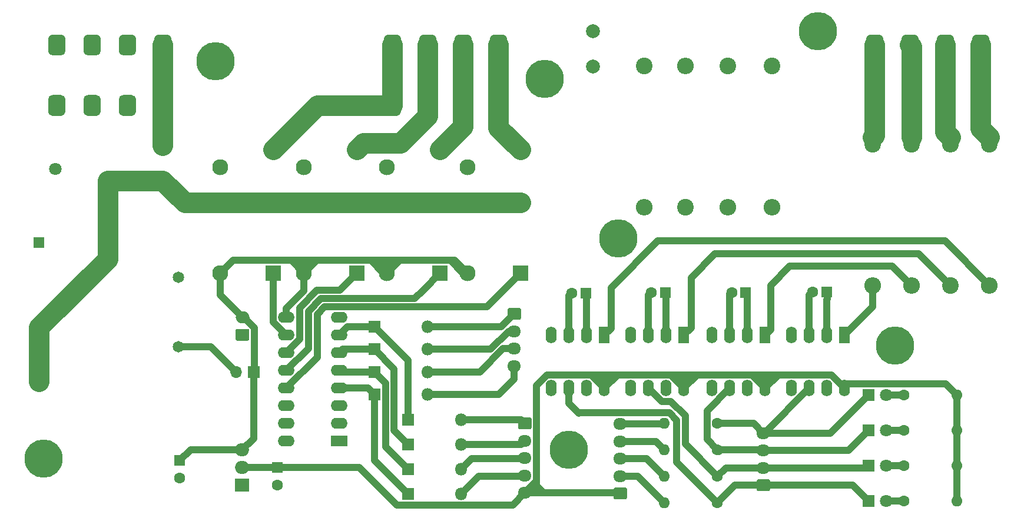
<source format=gbr>
G04 #@! TF.GenerationSoftware,KiCad,Pcbnew,(5.1.6)-1*
G04 #@! TF.CreationDate,2021-10-06T20:51:08+02:00*
G04 #@! TF.ProjectId,hamodule,68616d6f-6475-46c6-952e-6b696361645f,rev?*
G04 #@! TF.SameCoordinates,Original*
G04 #@! TF.FileFunction,Copper,L1,Top*
G04 #@! TF.FilePolarity,Positive*
%FSLAX46Y46*%
G04 Gerber Fmt 4.6, Leading zero omitted, Abs format (unit mm)*
G04 Created by KiCad (PCBNEW (5.1.6)-1) date 2021-10-06 20:51:08*
%MOMM*%
%LPD*%
G01*
G04 APERTURE LIST*
G04 #@! TA.AperFunction,ComponentPad*
%ADD10C,2.000000*%
G04 #@! TD*
G04 #@! TA.AperFunction,ComponentPad*
%ADD11C,1.600000*%
G04 #@! TD*
G04 #@! TA.AperFunction,ComponentPad*
%ADD12R,1.600000X1.600000*%
G04 #@! TD*
G04 #@! TA.AperFunction,ComponentPad*
%ADD13O,1.700000X1.700000*%
G04 #@! TD*
G04 #@! TA.AperFunction,ComponentPad*
%ADD14R,1.700000X1.700000*%
G04 #@! TD*
G04 #@! TA.AperFunction,ComponentPad*
%ADD15C,5.500000*%
G04 #@! TD*
G04 #@! TA.AperFunction,ComponentPad*
%ADD16O,1.800000X1.800000*%
G04 #@! TD*
G04 #@! TA.AperFunction,ComponentPad*
%ADD17R,1.800000X1.800000*%
G04 #@! TD*
G04 #@! TA.AperFunction,ComponentPad*
%ADD18C,1.800000*%
G04 #@! TD*
G04 #@! TA.AperFunction,ComponentPad*
%ADD19R,2.300000X2.300000*%
G04 #@! TD*
G04 #@! TA.AperFunction,ComponentPad*
%ADD20C,2.300000*%
G04 #@! TD*
G04 #@! TA.AperFunction,ComponentPad*
%ADD21O,2.400000X2.400000*%
G04 #@! TD*
G04 #@! TA.AperFunction,ComponentPad*
%ADD22C,2.400000*%
G04 #@! TD*
G04 #@! TA.AperFunction,ComponentPad*
%ADD23R,2.400000X1.600000*%
G04 #@! TD*
G04 #@! TA.AperFunction,ComponentPad*
%ADD24O,2.400000X1.600000*%
G04 #@! TD*
G04 #@! TA.AperFunction,ComponentPad*
%ADD25O,1.950000X1.700000*%
G04 #@! TD*
G04 #@! TA.AperFunction,ComponentPad*
%ADD26R,1.600000X2.400000*%
G04 #@! TD*
G04 #@! TA.AperFunction,ComponentPad*
%ADD27O,1.600000X2.400000*%
G04 #@! TD*
G04 #@! TA.AperFunction,ComponentPad*
%ADD28O,2.000000X1.905000*%
G04 #@! TD*
G04 #@! TA.AperFunction,ComponentPad*
%ADD29R,2.000000X1.905000*%
G04 #@! TD*
G04 #@! TA.AperFunction,ComponentPad*
%ADD30O,1.600000X1.600000*%
G04 #@! TD*
G04 #@! TA.AperFunction,ComponentPad*
%ADD31O,2.000000X1.700000*%
G04 #@! TD*
G04 #@! TA.AperFunction,ComponentPad*
%ADD32C,1.650000*%
G04 #@! TD*
G04 #@! TA.AperFunction,ComponentPad*
%ADD33R,1.650000X1.650000*%
G04 #@! TD*
G04 #@! TA.AperFunction,Conductor*
%ADD34C,3.000000*%
G04 #@! TD*
G04 #@! TA.AperFunction,Conductor*
%ADD35C,1.000000*%
G04 #@! TD*
G04 APERTURE END LIST*
D10*
X106288840Y-22303740D03*
X106288840Y-17223740D03*
D11*
X137898120Y-54810660D03*
D12*
X139898120Y-54810660D03*
D11*
X126257300Y-54843680D03*
D12*
X128257300Y-54843680D03*
D11*
X114713000Y-54843680D03*
D12*
X116713000Y-54843680D03*
D11*
X103286560Y-54945280D03*
D12*
X105286560Y-54945280D03*
G04 #@! TA.AperFunction,ComponentPad*
G36*
G01*
X161427000Y-26440000D02*
X162677000Y-26440000D01*
G75*
G02*
X163302000Y-27065000I0J-625000D01*
G01*
X163302000Y-28815000D01*
G75*
G02*
X162677000Y-29440000I-625000J0D01*
G01*
X161427000Y-29440000D01*
G75*
G02*
X160802000Y-28815000I0J625000D01*
G01*
X160802000Y-27065000D01*
G75*
G02*
X161427000Y-26440000I625000J0D01*
G01*
G37*
G04 #@! TD.AperFunction*
G04 #@! TA.AperFunction,ComponentPad*
G36*
G01*
X161427000Y-17740000D02*
X162677000Y-17740000D01*
G75*
G02*
X163302000Y-18365000I0J-625000D01*
G01*
X163302000Y-20115000D01*
G75*
G02*
X162677000Y-20740000I-625000J0D01*
G01*
X161427000Y-20740000D01*
G75*
G02*
X160802000Y-20115000I0J625000D01*
G01*
X160802000Y-18365000D01*
G75*
G02*
X161427000Y-17740000I625000J0D01*
G01*
G37*
G04 #@! TD.AperFunction*
G04 #@! TA.AperFunction,ComponentPad*
G36*
G01*
X156347000Y-26440000D02*
X157597000Y-26440000D01*
G75*
G02*
X158222000Y-27065000I0J-625000D01*
G01*
X158222000Y-28815000D01*
G75*
G02*
X157597000Y-29440000I-625000J0D01*
G01*
X156347000Y-29440000D01*
G75*
G02*
X155722000Y-28815000I0J625000D01*
G01*
X155722000Y-27065000D01*
G75*
G02*
X156347000Y-26440000I625000J0D01*
G01*
G37*
G04 #@! TD.AperFunction*
G04 #@! TA.AperFunction,ComponentPad*
G36*
G01*
X156347000Y-17740000D02*
X157597000Y-17740000D01*
G75*
G02*
X158222000Y-18365000I0J-625000D01*
G01*
X158222000Y-20115000D01*
G75*
G02*
X157597000Y-20740000I-625000J0D01*
G01*
X156347000Y-20740000D01*
G75*
G02*
X155722000Y-20115000I0J625000D01*
G01*
X155722000Y-18365000D01*
G75*
G02*
X156347000Y-17740000I625000J0D01*
G01*
G37*
G04 #@! TD.AperFunction*
G04 #@! TA.AperFunction,ComponentPad*
G36*
G01*
X151267000Y-26440000D02*
X152517000Y-26440000D01*
G75*
G02*
X153142000Y-27065000I0J-625000D01*
G01*
X153142000Y-28815000D01*
G75*
G02*
X152517000Y-29440000I-625000J0D01*
G01*
X151267000Y-29440000D01*
G75*
G02*
X150642000Y-28815000I0J625000D01*
G01*
X150642000Y-27065000D01*
G75*
G02*
X151267000Y-26440000I625000J0D01*
G01*
G37*
G04 #@! TD.AperFunction*
G04 #@! TA.AperFunction,ComponentPad*
G36*
G01*
X151267000Y-17740000D02*
X152517000Y-17740000D01*
G75*
G02*
X153142000Y-18365000I0J-625000D01*
G01*
X153142000Y-20115000D01*
G75*
G02*
X152517000Y-20740000I-625000J0D01*
G01*
X151267000Y-20740000D01*
G75*
G02*
X150642000Y-20115000I0J625000D01*
G01*
X150642000Y-18365000D01*
G75*
G02*
X151267000Y-17740000I625000J0D01*
G01*
G37*
G04 #@! TD.AperFunction*
G04 #@! TA.AperFunction,ComponentPad*
G36*
G01*
X146187000Y-26440000D02*
X147437000Y-26440000D01*
G75*
G02*
X148062000Y-27065000I0J-625000D01*
G01*
X148062000Y-28815000D01*
G75*
G02*
X147437000Y-29440000I-625000J0D01*
G01*
X146187000Y-29440000D01*
G75*
G02*
X145562000Y-28815000I0J625000D01*
G01*
X145562000Y-27065000D01*
G75*
G02*
X146187000Y-26440000I625000J0D01*
G01*
G37*
G04 #@! TD.AperFunction*
G04 #@! TA.AperFunction,ComponentPad*
G36*
G01*
X146187000Y-17740000D02*
X147437000Y-17740000D01*
G75*
G02*
X148062000Y-18365000I0J-625000D01*
G01*
X148062000Y-20115000D01*
G75*
G02*
X147437000Y-20740000I-625000J0D01*
G01*
X146187000Y-20740000D01*
G75*
G02*
X145562000Y-20115000I0J625000D01*
G01*
X145562000Y-18365000D01*
G75*
G02*
X146187000Y-17740000I625000J0D01*
G01*
G37*
G04 #@! TD.AperFunction*
G04 #@! TA.AperFunction,ComponentPad*
G36*
G01*
X43825000Y-26440000D02*
X45075000Y-26440000D01*
G75*
G02*
X45700000Y-27065000I0J-625000D01*
G01*
X45700000Y-28815000D01*
G75*
G02*
X45075000Y-29440000I-625000J0D01*
G01*
X43825000Y-29440000D01*
G75*
G02*
X43200000Y-28815000I0J625000D01*
G01*
X43200000Y-27065000D01*
G75*
G02*
X43825000Y-26440000I625000J0D01*
G01*
G37*
G04 #@! TD.AperFunction*
G04 #@! TA.AperFunction,ComponentPad*
G36*
G01*
X43825000Y-17740000D02*
X45075000Y-17740000D01*
G75*
G02*
X45700000Y-18365000I0J-625000D01*
G01*
X45700000Y-20115000D01*
G75*
G02*
X45075000Y-20740000I-625000J0D01*
G01*
X43825000Y-20740000D01*
G75*
G02*
X43200000Y-20115000I0J625000D01*
G01*
X43200000Y-18365000D01*
G75*
G02*
X43825000Y-17740000I625000J0D01*
G01*
G37*
G04 #@! TD.AperFunction*
G04 #@! TA.AperFunction,ComponentPad*
G36*
G01*
X38745000Y-26440000D02*
X39995000Y-26440000D01*
G75*
G02*
X40620000Y-27065000I0J-625000D01*
G01*
X40620000Y-28815000D01*
G75*
G02*
X39995000Y-29440000I-625000J0D01*
G01*
X38745000Y-29440000D01*
G75*
G02*
X38120000Y-28815000I0J625000D01*
G01*
X38120000Y-27065000D01*
G75*
G02*
X38745000Y-26440000I625000J0D01*
G01*
G37*
G04 #@! TD.AperFunction*
G04 #@! TA.AperFunction,ComponentPad*
G36*
G01*
X38745000Y-17740000D02*
X39995000Y-17740000D01*
G75*
G02*
X40620000Y-18365000I0J-625000D01*
G01*
X40620000Y-20115000D01*
G75*
G02*
X39995000Y-20740000I-625000J0D01*
G01*
X38745000Y-20740000D01*
G75*
G02*
X38120000Y-20115000I0J625000D01*
G01*
X38120000Y-18365000D01*
G75*
G02*
X38745000Y-17740000I625000J0D01*
G01*
G37*
G04 #@! TD.AperFunction*
G04 #@! TA.AperFunction,ComponentPad*
G36*
G01*
X33665000Y-26440000D02*
X34915000Y-26440000D01*
G75*
G02*
X35540000Y-27065000I0J-625000D01*
G01*
X35540000Y-28815000D01*
G75*
G02*
X34915000Y-29440000I-625000J0D01*
G01*
X33665000Y-29440000D01*
G75*
G02*
X33040000Y-28815000I0J625000D01*
G01*
X33040000Y-27065000D01*
G75*
G02*
X33665000Y-26440000I625000J0D01*
G01*
G37*
G04 #@! TD.AperFunction*
G04 #@! TA.AperFunction,ComponentPad*
G36*
G01*
X33665000Y-17740000D02*
X34915000Y-17740000D01*
G75*
G02*
X35540000Y-18365000I0J-625000D01*
G01*
X35540000Y-20115000D01*
G75*
G02*
X34915000Y-20740000I-625000J0D01*
G01*
X33665000Y-20740000D01*
G75*
G02*
X33040000Y-20115000I0J625000D01*
G01*
X33040000Y-18365000D01*
G75*
G02*
X33665000Y-17740000I625000J0D01*
G01*
G37*
G04 #@! TD.AperFunction*
G04 #@! TA.AperFunction,ComponentPad*
G36*
G01*
X28585000Y-26440000D02*
X29835000Y-26440000D01*
G75*
G02*
X30460000Y-27065000I0J-625000D01*
G01*
X30460000Y-28815000D01*
G75*
G02*
X29835000Y-29440000I-625000J0D01*
G01*
X28585000Y-29440000D01*
G75*
G02*
X27960000Y-28815000I0J625000D01*
G01*
X27960000Y-27065000D01*
G75*
G02*
X28585000Y-26440000I625000J0D01*
G01*
G37*
G04 #@! TD.AperFunction*
G04 #@! TA.AperFunction,ComponentPad*
G36*
G01*
X28585000Y-17740000D02*
X29835000Y-17740000D01*
G75*
G02*
X30460000Y-18365000I0J-625000D01*
G01*
X30460000Y-20115000D01*
G75*
G02*
X29835000Y-20740000I-625000J0D01*
G01*
X28585000Y-20740000D01*
G75*
G02*
X27960000Y-20115000I0J625000D01*
G01*
X27960000Y-18365000D01*
G75*
G02*
X28585000Y-17740000I625000J0D01*
G01*
G37*
G04 #@! TD.AperFunction*
G04 #@! TA.AperFunction,ComponentPad*
G36*
G01*
X92085000Y-26440000D02*
X93335000Y-26440000D01*
G75*
G02*
X93960000Y-27065000I0J-625000D01*
G01*
X93960000Y-28815000D01*
G75*
G02*
X93335000Y-29440000I-625000J0D01*
G01*
X92085000Y-29440000D01*
G75*
G02*
X91460000Y-28815000I0J625000D01*
G01*
X91460000Y-27065000D01*
G75*
G02*
X92085000Y-26440000I625000J0D01*
G01*
G37*
G04 #@! TD.AperFunction*
G04 #@! TA.AperFunction,ComponentPad*
G36*
G01*
X92085000Y-17740000D02*
X93335000Y-17740000D01*
G75*
G02*
X93960000Y-18365000I0J-625000D01*
G01*
X93960000Y-20115000D01*
G75*
G02*
X93335000Y-20740000I-625000J0D01*
G01*
X92085000Y-20740000D01*
G75*
G02*
X91460000Y-20115000I0J625000D01*
G01*
X91460000Y-18365000D01*
G75*
G02*
X92085000Y-17740000I625000J0D01*
G01*
G37*
G04 #@! TD.AperFunction*
G04 #@! TA.AperFunction,ComponentPad*
G36*
G01*
X87005000Y-26440000D02*
X88255000Y-26440000D01*
G75*
G02*
X88880000Y-27065000I0J-625000D01*
G01*
X88880000Y-28815000D01*
G75*
G02*
X88255000Y-29440000I-625000J0D01*
G01*
X87005000Y-29440000D01*
G75*
G02*
X86380000Y-28815000I0J625000D01*
G01*
X86380000Y-27065000D01*
G75*
G02*
X87005000Y-26440000I625000J0D01*
G01*
G37*
G04 #@! TD.AperFunction*
G04 #@! TA.AperFunction,ComponentPad*
G36*
G01*
X87005000Y-17740000D02*
X88255000Y-17740000D01*
G75*
G02*
X88880000Y-18365000I0J-625000D01*
G01*
X88880000Y-20115000D01*
G75*
G02*
X88255000Y-20740000I-625000J0D01*
G01*
X87005000Y-20740000D01*
G75*
G02*
X86380000Y-20115000I0J625000D01*
G01*
X86380000Y-18365000D01*
G75*
G02*
X87005000Y-17740000I625000J0D01*
G01*
G37*
G04 #@! TD.AperFunction*
G04 #@! TA.AperFunction,ComponentPad*
G36*
G01*
X81925000Y-26440000D02*
X83175000Y-26440000D01*
G75*
G02*
X83800000Y-27065000I0J-625000D01*
G01*
X83800000Y-28815000D01*
G75*
G02*
X83175000Y-29440000I-625000J0D01*
G01*
X81925000Y-29440000D01*
G75*
G02*
X81300000Y-28815000I0J625000D01*
G01*
X81300000Y-27065000D01*
G75*
G02*
X81925000Y-26440000I625000J0D01*
G01*
G37*
G04 #@! TD.AperFunction*
G04 #@! TA.AperFunction,ComponentPad*
G36*
G01*
X81925000Y-17740000D02*
X83175000Y-17740000D01*
G75*
G02*
X83800000Y-18365000I0J-625000D01*
G01*
X83800000Y-20115000D01*
G75*
G02*
X83175000Y-20740000I-625000J0D01*
G01*
X81925000Y-20740000D01*
G75*
G02*
X81300000Y-20115000I0J625000D01*
G01*
X81300000Y-18365000D01*
G75*
G02*
X81925000Y-17740000I625000J0D01*
G01*
G37*
G04 #@! TD.AperFunction*
G04 #@! TA.AperFunction,ComponentPad*
G36*
G01*
X76845000Y-26440000D02*
X78095000Y-26440000D01*
G75*
G02*
X78720000Y-27065000I0J-625000D01*
G01*
X78720000Y-28815000D01*
G75*
G02*
X78095000Y-29440000I-625000J0D01*
G01*
X76845000Y-29440000D01*
G75*
G02*
X76220000Y-28815000I0J625000D01*
G01*
X76220000Y-27065000D01*
G75*
G02*
X76845000Y-26440000I625000J0D01*
G01*
G37*
G04 #@! TD.AperFunction*
G04 #@! TA.AperFunction,ComponentPad*
G36*
G01*
X76845000Y-17740000D02*
X78095000Y-17740000D01*
G75*
G02*
X78720000Y-18365000I0J-625000D01*
G01*
X78720000Y-20115000D01*
G75*
G02*
X78095000Y-20740000I-625000J0D01*
G01*
X76845000Y-20740000D01*
G75*
G02*
X76220000Y-20115000I0J625000D01*
G01*
X76220000Y-18365000D01*
G75*
G02*
X76845000Y-17740000I625000J0D01*
G01*
G37*
G04 #@! TD.AperFunction*
D13*
X54965600Y-66271140D03*
D14*
X57505600Y-66271140D03*
D15*
X109976920Y-47078900D03*
D11*
X60960000Y-82510000D03*
D12*
X60960000Y-80010000D03*
D11*
X46888400Y-81524480D03*
D12*
X46888400Y-79024480D03*
D16*
X87376000Y-83820000D03*
D17*
X79756000Y-83820000D03*
D16*
X87376000Y-80264000D03*
D17*
X79756000Y-80264000D03*
D16*
X87376000Y-76708000D03*
D17*
X79756000Y-76708000D03*
D16*
X87376000Y-73152000D03*
D17*
X79756000Y-73152000D03*
D16*
X82514000Y-59770000D03*
D17*
X74894000Y-59770000D03*
D16*
X82514000Y-63020000D03*
D17*
X74894000Y-63020000D03*
D16*
X82514000Y-66270000D03*
D17*
X74894000Y-66270000D03*
D16*
X82514000Y-69520000D03*
D17*
X74894000Y-69520000D03*
D18*
X36510000Y-38730000D03*
X29010000Y-37096670D03*
D15*
X52070000Y-21590000D03*
D19*
X84328000Y-52070000D03*
D20*
X84328000Y-41910000D03*
X84328000Y-34290000D03*
X76708000Y-36830000D03*
X76708000Y-52070000D03*
D21*
X132080000Y-42545000D03*
D22*
X132080000Y-22225000D03*
D21*
X125730000Y-42545000D03*
D22*
X125730000Y-22225000D03*
D23*
X69850000Y-76200000D03*
D24*
X62230000Y-58420000D03*
X69850000Y-73660000D03*
X62230000Y-60960000D03*
X69850000Y-71120000D03*
X62230000Y-63500000D03*
X69850000Y-68580000D03*
X62230000Y-66040000D03*
X69850000Y-66040000D03*
X62230000Y-68580000D03*
X69850000Y-63500000D03*
X62230000Y-71120000D03*
X69850000Y-60960000D03*
X62230000Y-73660000D03*
X69850000Y-58420000D03*
X62230000Y-76200000D03*
D25*
X94996000Y-65412000D03*
X94996000Y-62912000D03*
X94996000Y-60412000D03*
G04 #@! TA.AperFunction,ComponentPad*
G36*
G01*
X94271000Y-57062000D02*
X95721000Y-57062000D01*
G75*
G02*
X95971000Y-57312000I0J-250000D01*
G01*
X95971000Y-58512000D01*
G75*
G02*
X95721000Y-58762000I-250000J0D01*
G01*
X94271000Y-58762000D01*
G75*
G02*
X94021000Y-58512000I0J250000D01*
G01*
X94021000Y-57312000D01*
G75*
G02*
X94271000Y-57062000I250000J0D01*
G01*
G37*
G04 #@! TD.AperFunction*
X110236000Y-73740000D03*
X110236000Y-76240000D03*
X110236000Y-78740000D03*
X110236000Y-81240000D03*
G04 #@! TA.AperFunction,ComponentPad*
G36*
G01*
X110961000Y-84590000D02*
X109511000Y-84590000D01*
G75*
G02*
X109261000Y-84340000I0J250000D01*
G01*
X109261000Y-83140000D01*
G75*
G02*
X109511000Y-82890000I250000J0D01*
G01*
X110961000Y-82890000D01*
G75*
G02*
X111211000Y-83140000I0J-250000D01*
G01*
X111211000Y-84340000D01*
G75*
G02*
X110961000Y-84590000I-250000J0D01*
G01*
G37*
G04 #@! TD.AperFunction*
D26*
X119380000Y-60960000D03*
D27*
X111760000Y-68580000D03*
X116840000Y-60960000D03*
X114300000Y-68580000D03*
X114300000Y-60960000D03*
X116840000Y-68580000D03*
X111760000Y-60960000D03*
X119380000Y-68580000D03*
D26*
X142494000Y-60960000D03*
D27*
X134874000Y-68580000D03*
X139954000Y-60960000D03*
X137414000Y-68580000D03*
X137414000Y-60960000D03*
X139954000Y-68580000D03*
X134874000Y-60960000D03*
X142494000Y-68580000D03*
D26*
X131064000Y-60960000D03*
D27*
X123444000Y-68580000D03*
X128524000Y-60960000D03*
X125984000Y-68580000D03*
X125984000Y-60960000D03*
X128524000Y-68580000D03*
X123444000Y-60960000D03*
X131064000Y-68580000D03*
D26*
X107950000Y-60960000D03*
D27*
X100330000Y-68580000D03*
X105410000Y-60960000D03*
X102870000Y-68580000D03*
X102870000Y-60960000D03*
X105410000Y-68580000D03*
X100330000Y-60960000D03*
X107950000Y-68580000D03*
D28*
X55880000Y-77470000D03*
X55880000Y-80010000D03*
D29*
X55880000Y-82550000D03*
D30*
X158623000Y-84836000D03*
D11*
X151003000Y-84836000D03*
D30*
X158623000Y-79756000D03*
D11*
X151003000Y-79756000D03*
D30*
X158623000Y-74676000D03*
D11*
X151003000Y-74676000D03*
D30*
X116586000Y-85090000D03*
D11*
X124206000Y-85090000D03*
D30*
X116586000Y-81280000D03*
D11*
X124206000Y-81280000D03*
D30*
X116586000Y-77470000D03*
D11*
X124206000Y-77470000D03*
D30*
X116586000Y-73660000D03*
D11*
X124206000Y-73660000D03*
D30*
X158623000Y-69596000D03*
D11*
X151003000Y-69596000D03*
D25*
X96520000Y-83660000D03*
X96520000Y-81160000D03*
X96520000Y-78660000D03*
X96520000Y-76160000D03*
G04 #@! TA.AperFunction,ComponentPad*
G36*
G01*
X95795000Y-72810000D02*
X97245000Y-72810000D01*
G75*
G02*
X97495000Y-73060000I0J-250000D01*
G01*
X97495000Y-74260000D01*
G75*
G02*
X97245000Y-74510000I-250000J0D01*
G01*
X95795000Y-74510000D01*
G75*
G02*
X95545000Y-74260000I0J250000D01*
G01*
X95545000Y-73060000D01*
G75*
G02*
X95795000Y-72810000I250000J0D01*
G01*
G37*
G04 #@! TD.AperFunction*
D18*
X148463000Y-84836000D03*
D17*
X145923000Y-84836000D03*
D18*
X148463000Y-79756000D03*
D17*
X145923000Y-79756000D03*
D18*
X148463000Y-74676000D03*
D17*
X145923000Y-74676000D03*
D18*
X148463000Y-69596000D03*
D17*
X145923000Y-69596000D03*
D25*
X130810000Y-75050000D03*
X130810000Y-77550000D03*
X130810000Y-80050000D03*
G04 #@! TA.AperFunction,ComponentPad*
G36*
G01*
X131535000Y-83400000D02*
X130085000Y-83400000D01*
G75*
G02*
X129835000Y-83150000I0J250000D01*
G01*
X129835000Y-81950000D01*
G75*
G02*
X130085000Y-81700000I250000J0D01*
G01*
X131535000Y-81700000D01*
G75*
G02*
X131785000Y-81950000I0J-250000D01*
G01*
X131785000Y-83150000D01*
G75*
G02*
X131535000Y-83400000I-250000J0D01*
G01*
G37*
G04 #@! TD.AperFunction*
D31*
X55892700Y-58412380D03*
G04 #@! TA.AperFunction,ComponentPad*
G36*
G01*
X56642700Y-61762380D02*
X55142700Y-61762380D01*
G75*
G02*
X54892700Y-61512380I0J250000D01*
G01*
X54892700Y-60312380D01*
G75*
G02*
X55142700Y-60062380I250000J0D01*
G01*
X56642700Y-60062380D01*
G75*
G02*
X56892700Y-60312380I0J-250000D01*
G01*
X56892700Y-61512380D01*
G75*
G02*
X56642700Y-61762380I-250000J0D01*
G01*
G37*
G04 #@! TD.AperFunction*
D21*
X163322000Y-53848000D03*
D22*
X163322000Y-33528000D03*
D21*
X113665000Y-42545000D03*
D22*
X113665000Y-22225000D03*
D21*
X157734000Y-33528000D03*
D22*
X157734000Y-53848000D03*
D21*
X119634000Y-22225000D03*
D22*
X119634000Y-42545000D03*
D21*
X146558000Y-53848000D03*
D22*
X146558000Y-33528000D03*
D21*
X152146000Y-53848000D03*
D22*
X152146000Y-33528000D03*
D32*
X46670000Y-52625000D03*
X46670000Y-62625000D03*
X26670000Y-67625000D03*
D33*
X26670000Y-47625000D03*
D15*
X149720300Y-62489080D03*
X27305000Y-78740000D03*
X102870000Y-77470000D03*
X99374960Y-24109680D03*
X138684000Y-17272000D03*
D10*
X44450000Y-38735000D03*
X44450000Y-33655000D03*
D19*
X60325000Y-52070000D03*
D20*
X60325000Y-41910000D03*
X60325000Y-34290000D03*
X52705000Y-36830000D03*
X52705000Y-52070000D03*
D19*
X72390000Y-52070000D03*
D20*
X72390000Y-41910000D03*
X72390000Y-34290000D03*
X64770000Y-36830000D03*
X64770000Y-52070000D03*
D19*
X95885000Y-52070000D03*
D20*
X95885000Y-41910000D03*
X95885000Y-34290000D03*
X88265000Y-36830000D03*
X88265000Y-52070000D03*
D34*
X47625000Y-41910000D02*
X44450000Y-38735000D01*
X60325000Y-41910000D02*
X47625000Y-41910000D01*
X60325000Y-41910000D02*
X72390000Y-41910000D01*
X72390000Y-41910000D02*
X84328000Y-41910000D01*
X84328000Y-41910000D02*
X95885000Y-41910000D01*
X36515000Y-38735000D02*
X36510000Y-38730000D01*
X44450000Y-38735000D02*
X36515000Y-38735000D01*
X26670000Y-59891192D02*
X26670000Y-67625000D01*
X36510000Y-50051192D02*
X26670000Y-59891192D01*
X36510000Y-38730000D02*
X36510000Y-50051192D01*
D35*
X85779999Y-50219999D02*
X78050001Y-50219999D01*
X87630000Y-52070000D02*
X85779999Y-50219999D01*
X74349999Y-50219999D02*
X66620001Y-50219999D01*
X76200000Y-52070000D02*
X74349999Y-50219999D01*
X76200000Y-50800000D02*
X76780001Y-50219999D01*
X76780001Y-50219999D02*
X78050001Y-50219999D01*
X76200000Y-52070000D02*
X76200000Y-50800000D01*
X74349999Y-50219999D02*
X75619999Y-50219999D01*
X76200000Y-50800000D02*
X75619999Y-50219999D01*
X75619999Y-50219999D02*
X76780001Y-50219999D01*
X76200000Y-52070000D02*
X77470000Y-50800000D01*
X78050001Y-50219999D02*
X77470000Y-50800000D01*
X64770000Y-50800000D02*
X64189999Y-50219999D01*
X62919999Y-50219999D02*
X64189999Y-50219999D01*
X64770000Y-50800000D02*
X65350001Y-50219999D01*
X64189999Y-50219999D02*
X65350001Y-50219999D01*
X64770000Y-52070000D02*
X64770000Y-50800000D01*
X65350001Y-50219999D02*
X66620001Y-50219999D01*
X74857999Y-50219999D02*
X76708000Y-52070000D01*
X66620001Y-50219999D02*
X74857999Y-50219999D01*
X64770000Y-52070000D02*
X66620001Y-50219999D01*
X86414999Y-50219999D02*
X88265000Y-52070000D01*
X78558001Y-50219999D02*
X86414999Y-50219999D01*
X76708000Y-52070000D02*
X78558001Y-50219999D01*
X62919999Y-50219999D02*
X64770000Y-52070000D01*
X54555001Y-50219999D02*
X62919999Y-50219999D01*
X52705000Y-52070000D02*
X54555001Y-50219999D01*
X64770000Y-54610000D02*
X64770000Y-52070000D01*
X62230000Y-58420000D02*
X62230000Y-57150000D01*
X62230000Y-57150000D02*
X64770000Y-54610000D01*
X52705000Y-55224680D02*
X55892700Y-58412380D01*
X52705000Y-52070000D02*
X52705000Y-55224680D01*
X48442880Y-77470000D02*
X46888400Y-79024480D01*
X55880000Y-77470000D02*
X48442880Y-77470000D01*
X57592710Y-66184030D02*
X57505600Y-66271140D01*
X57592710Y-59918870D02*
X57592710Y-66184030D01*
X56086220Y-58412380D02*
X57592710Y-59918870D01*
X55892700Y-58412380D02*
X56086220Y-58412380D01*
X57505600Y-75844400D02*
X55880000Y-77470000D01*
X57505600Y-66271140D02*
X57505600Y-75844400D01*
X158623000Y-79756000D02*
X158623000Y-69596000D01*
X158623000Y-79756000D02*
X158623000Y-84836000D01*
X132964010Y-66679990D02*
X131064000Y-68580000D01*
X140593990Y-66679990D02*
X132964010Y-66679990D01*
X109850010Y-66679990D02*
X107950000Y-68580000D01*
X117461324Y-66679990D02*
X109850010Y-66679990D01*
X119361334Y-68580000D02*
X117461324Y-66679990D01*
X119380000Y-68580000D02*
X119361334Y-68580000D01*
X157022999Y-67995999D02*
X158623000Y-69596000D01*
X143078001Y-67995999D02*
X157022999Y-67995999D01*
X142494000Y-68580000D02*
X143078001Y-67995999D01*
X129163990Y-66679990D02*
X121280010Y-66679990D01*
X121280010Y-66679990D02*
X119380000Y-68580000D01*
X131064000Y-68580000D02*
X129163990Y-66679990D01*
X98195010Y-81984990D02*
X96520000Y-83660000D01*
X98195010Y-68193656D02*
X98195010Y-81984990D01*
X99708676Y-66679990D02*
X98195010Y-68193656D01*
X106049990Y-66679990D02*
X99708676Y-66679990D01*
X107950000Y-68580000D02*
X106049990Y-66679990D01*
X110156000Y-83660000D02*
X110236000Y-83740000D01*
X140593990Y-66679990D02*
X142494000Y-68580000D01*
X107950000Y-67319980D02*
X107310010Y-66679990D01*
X107950000Y-68580000D02*
X107950000Y-67319980D01*
X106049990Y-66679990D02*
X107310010Y-66679990D01*
X107950000Y-67310000D02*
X108580010Y-66679990D01*
X107950000Y-68580000D02*
X107950000Y-67310000D01*
X107310010Y-66679990D02*
X108580010Y-66679990D01*
X119380000Y-67319980D02*
X118740010Y-66679990D01*
X108580010Y-66679990D02*
X118740010Y-66679990D01*
X119380000Y-67319980D02*
X120019990Y-66679990D01*
X119380000Y-68580000D02*
X119380000Y-67319980D01*
X118740010Y-66679990D02*
X120019990Y-66679990D01*
X131064000Y-67564000D02*
X130179990Y-66679990D01*
X131064000Y-68580000D02*
X131064000Y-67564000D01*
X120019990Y-66679990D02*
X130179990Y-66679990D01*
X131064000Y-68326000D02*
X132080000Y-67310000D01*
X131064000Y-68326000D02*
X131064000Y-68580000D01*
X131064000Y-67065980D02*
X131449990Y-66679990D01*
X131064000Y-68580000D02*
X131064000Y-67065980D01*
X130179990Y-66679990D02*
X131449990Y-66679990D01*
X131449990Y-66679990D02*
X140593990Y-66679990D01*
X98195010Y-82635010D02*
X99220000Y-83660000D01*
X98195010Y-81984990D02*
X98195010Y-82635010D01*
X96520000Y-83660000D02*
X99220000Y-83660000D01*
X99220000Y-83660000D02*
X110156000Y-83660000D01*
X97170020Y-83660000D02*
X98195010Y-82635010D01*
X96520000Y-83660000D02*
X97170020Y-83660000D01*
X55880000Y-80010000D02*
X60960000Y-80010000D01*
X94759999Y-85420001D02*
X96520000Y-83660000D01*
X72695198Y-80010000D02*
X78105199Y-85420001D01*
X60960000Y-80010000D02*
X72695198Y-80010000D01*
X78105199Y-85420001D02*
X94759999Y-85420001D01*
D34*
X163322000Y-32512000D02*
X162052000Y-31242000D01*
X162052000Y-31242000D02*
X162052000Y-19240000D01*
X156972000Y-31750000D02*
X157734000Y-32512000D01*
X156972000Y-19240000D02*
X156972000Y-31750000D01*
X146812000Y-32258000D02*
X146558000Y-32512000D01*
X146812000Y-19240000D02*
X146812000Y-32258000D01*
X152146000Y-19494000D02*
X151892000Y-19240000D01*
X152146000Y-32512000D02*
X152146000Y-19494000D01*
X92710000Y-27940000D02*
X92710000Y-19240000D01*
X92710000Y-31115000D02*
X95885000Y-34290000D01*
X92710000Y-27940000D02*
X92710000Y-31115000D01*
X87630000Y-27940000D02*
X87630000Y-19240000D01*
X87630000Y-30988000D02*
X84328000Y-34290000D01*
X87630000Y-27940000D02*
X87630000Y-30988000D01*
X82550000Y-27940000D02*
X82550000Y-19240000D01*
X73300001Y-33379999D02*
X72390000Y-34290000D01*
X78594925Y-33379999D02*
X73300001Y-33379999D01*
X82550000Y-29424924D02*
X78594925Y-33379999D01*
X82550000Y-27940000D02*
X82550000Y-29424924D01*
X77470000Y-27940000D02*
X77470000Y-19240000D01*
X66675000Y-27940000D02*
X60325000Y-34290000D01*
X77470000Y-27940000D02*
X66675000Y-27940000D01*
D35*
X102870000Y-55261839D02*
X103186559Y-54945280D01*
X102870000Y-60960000D02*
X102870000Y-55261839D01*
X105410000Y-54968719D02*
X105386561Y-54945280D01*
X105410000Y-60960000D02*
X105410000Y-54968719D01*
X114300000Y-55156679D02*
X114612999Y-54843680D01*
X114300000Y-60960000D02*
X114300000Y-55156679D01*
X116840000Y-54870679D02*
X116813001Y-54843680D01*
X116840000Y-60960000D02*
X116840000Y-54870679D01*
X125984000Y-55016979D02*
X126157299Y-54843680D01*
X125984000Y-60960000D02*
X125984000Y-55016979D01*
X128524000Y-55010379D02*
X128357301Y-54843680D01*
X128524000Y-60960000D02*
X128524000Y-55010379D01*
X137414000Y-55194779D02*
X137798119Y-54810660D01*
X137414000Y-60960000D02*
X137414000Y-55194779D01*
X139998121Y-55818661D02*
X139998121Y-54810660D01*
X139954000Y-60960000D02*
X139954000Y-55862782D01*
X139954000Y-55862782D02*
X139998121Y-55818661D01*
X60329990Y-59059990D02*
X62230000Y-60960000D01*
X60329990Y-52700010D02*
X60329990Y-59059990D01*
X60960000Y-52070000D02*
X60329990Y-52700010D01*
X62230000Y-63500000D02*
X62230000Y-63481334D01*
X62230000Y-63481334D02*
X64130010Y-61581324D01*
X64130010Y-61581324D02*
X64130010Y-57018010D01*
X64130010Y-57018010D02*
X66628049Y-54519971D01*
X72390000Y-52070000D02*
X69940029Y-54519971D01*
X66628049Y-54519971D02*
X69940029Y-54519971D01*
X62230000Y-66040000D02*
X65385555Y-62884445D01*
X80678021Y-55719979D02*
X81915000Y-54483000D01*
X65385555Y-57550445D02*
X67216021Y-55719979D01*
X67216021Y-55719979D02*
X80678021Y-55719979D01*
X65385555Y-62884445D02*
X65385555Y-57550445D01*
X84328000Y-52070000D02*
X81915000Y-54483000D01*
X67713081Y-56919989D02*
X91035011Y-56919989D01*
X66653318Y-57979752D02*
X67713081Y-56919989D01*
X91035011Y-56919989D02*
X95885000Y-52070000D01*
X66653318Y-64156682D02*
X66653318Y-57979752D01*
X62230000Y-68580000D02*
X66653318Y-64156682D01*
D34*
X44450000Y-27940000D02*
X44450000Y-30480000D01*
X44450000Y-33655000D02*
X44450000Y-27940000D01*
X44450000Y-27940000D02*
X44450000Y-19241010D01*
D35*
X140469000Y-75050000D02*
X145923000Y-69596000D01*
X130810000Y-75050000D02*
X140469000Y-75050000D01*
X130944000Y-75050000D02*
X130810000Y-75050000D01*
X137414000Y-68580000D02*
X130944000Y-75050000D01*
X129420000Y-73660000D02*
X130810000Y-75050000D01*
X124206000Y-73660000D02*
X129420000Y-73660000D01*
X143049000Y-77550000D02*
X145923000Y-74676000D01*
X130810000Y-77550000D02*
X143049000Y-77550000D01*
X124460000Y-77724000D02*
X124206000Y-77470000D01*
X122705999Y-71858001D02*
X125984000Y-68580000D01*
X122705999Y-75969999D02*
X122705999Y-71858001D01*
X124206000Y-77470000D02*
X122705999Y-75969999D01*
X130730000Y-77470000D02*
X130810000Y-77550000D01*
X124206000Y-77470000D02*
X130730000Y-77470000D01*
X145883000Y-79796000D02*
X145923000Y-79756000D01*
X145629000Y-80050000D02*
X145923000Y-79756000D01*
X130810000Y-80050000D02*
X145629000Y-80050000D01*
X116200010Y-70480010D02*
X114300000Y-68580000D01*
X117461324Y-70480010D02*
X116200010Y-70480010D01*
X119564010Y-72582696D02*
X117461324Y-70480010D01*
X119564010Y-76638010D02*
X119564010Y-72582696D01*
X124206000Y-81280000D02*
X119564010Y-76638010D01*
X125436000Y-80050000D02*
X130810000Y-80050000D01*
X124206000Y-81280000D02*
X125436000Y-80050000D01*
X143637000Y-82550000D02*
X145923000Y-84836000D01*
X130810000Y-82550000D02*
X143637000Y-82550000D01*
X102870000Y-70780000D02*
X104279990Y-72189990D01*
X102870000Y-68580000D02*
X102870000Y-70780000D01*
X117306001Y-72159999D02*
X118364000Y-73217998D01*
X104279990Y-72189990D02*
X104309981Y-72159999D01*
X104309981Y-72159999D02*
X117306001Y-72159999D01*
X118364000Y-79248000D02*
X124206000Y-85090000D01*
X118364000Y-73217998D02*
X118364000Y-79248000D01*
X126746000Y-82550000D02*
X124206000Y-85090000D01*
X130810000Y-82550000D02*
X126746000Y-82550000D01*
X73954000Y-68580000D02*
X74894000Y-69520000D01*
X69850000Y-68580000D02*
X73954000Y-68580000D01*
X74894000Y-78958000D02*
X79756000Y-83820000D01*
X74894000Y-69520000D02*
X74894000Y-78958000D01*
X76494001Y-67870001D02*
X74894000Y-66270000D01*
X76494001Y-77002001D02*
X76494001Y-67870001D01*
X79756000Y-80264000D02*
X76494001Y-77002001D01*
X70080000Y-66270000D02*
X69850000Y-66040000D01*
X74894000Y-66270000D02*
X70080000Y-66270000D01*
X77694011Y-65820011D02*
X74894000Y-63020000D01*
X77694011Y-74646011D02*
X77694011Y-65820011D01*
X79756000Y-76708000D02*
X77694011Y-74646011D01*
X70330000Y-63020000D02*
X69850000Y-63500000D01*
X74894000Y-63020000D02*
X70330000Y-63020000D01*
X79756000Y-64632000D02*
X74894000Y-59770000D01*
X79756000Y-73152000D02*
X79756000Y-64632000D01*
X71040000Y-59770000D02*
X69850000Y-60960000D01*
X74894000Y-59770000D02*
X71040000Y-59770000D01*
X116506000Y-73740000D02*
X116586000Y-73660000D01*
X110236000Y-73740000D02*
X116506000Y-73740000D01*
X115356000Y-76240000D02*
X116586000Y-77470000D01*
X110236000Y-76240000D02*
X115356000Y-76240000D01*
X114046000Y-78740000D02*
X116586000Y-81280000D01*
X110236000Y-78740000D02*
X114046000Y-78740000D01*
X112736000Y-81240000D02*
X110236000Y-81240000D01*
X116586000Y-85090000D02*
X112736000Y-81240000D01*
X108900001Y-60009999D02*
X107950000Y-60960000D01*
X108900001Y-54145997D02*
X108900001Y-60009999D01*
X115606019Y-47439979D02*
X108900001Y-54145997D01*
X156913979Y-47439979D02*
X115606019Y-47439979D01*
X163322000Y-53848000D02*
X156913979Y-47439979D01*
X148463000Y-84836000D02*
X151003000Y-84836000D01*
X148463000Y-79756000D02*
X151003000Y-79756000D01*
X148463000Y-74676000D02*
X151003000Y-74676000D01*
X148463000Y-69596000D02*
X151003000Y-69596000D01*
X146558000Y-56896000D02*
X142494000Y-60960000D01*
X146558000Y-53848000D02*
X146558000Y-56896000D01*
X120410001Y-59929999D02*
X119380000Y-60960000D01*
X120410001Y-52701159D02*
X120410001Y-59929999D01*
X123871171Y-49239989D02*
X120410001Y-52701159D01*
X153125989Y-49239989D02*
X123871171Y-49239989D01*
X157734000Y-53848000D02*
X153125989Y-49239989D01*
X134611999Y-51039999D02*
X131840001Y-53811997D01*
X149337999Y-51039999D02*
X134611999Y-51039999D01*
X131840001Y-60183999D02*
X131064000Y-60960000D01*
X131840001Y-53811997D02*
X131840001Y-60183999D01*
X152146000Y-53848000D02*
X149337999Y-51039999D01*
X92738000Y-69520000D02*
X82514000Y-69520000D01*
X94996000Y-67262000D02*
X92738000Y-69520000D01*
X94996000Y-65412000D02*
X94996000Y-67262000D01*
X90032140Y-66270000D02*
X82514000Y-66270000D01*
X93390140Y-62912000D02*
X90032140Y-66270000D01*
X94996000Y-62912000D02*
X93390140Y-62912000D01*
X91585070Y-63020000D02*
X82514000Y-63020000D01*
X94193070Y-60412000D02*
X91585070Y-63020000D01*
X94996000Y-60412000D02*
X94193070Y-60412000D01*
X93138000Y-59770000D02*
X82514000Y-59770000D01*
X94996000Y-57912000D02*
X93138000Y-59770000D01*
X96012000Y-73152000D02*
X96520000Y-73660000D01*
X87376000Y-73152000D02*
X96012000Y-73152000D01*
X95972000Y-76708000D02*
X96520000Y-76160000D01*
X87376000Y-76708000D02*
X95972000Y-76708000D01*
X87376000Y-80264000D02*
X88900000Y-78740000D01*
X96440000Y-78740000D02*
X96520000Y-78660000D01*
X88900000Y-78740000D02*
X96440000Y-78740000D01*
X87376000Y-83820000D02*
X89916000Y-81280000D01*
X96400000Y-81280000D02*
X96520000Y-81160000D01*
X89916000Y-81280000D02*
X96400000Y-81280000D01*
X51319460Y-62625000D02*
X54965600Y-66271140D01*
X46670000Y-62625000D02*
X51319460Y-62625000D01*
M02*

</source>
